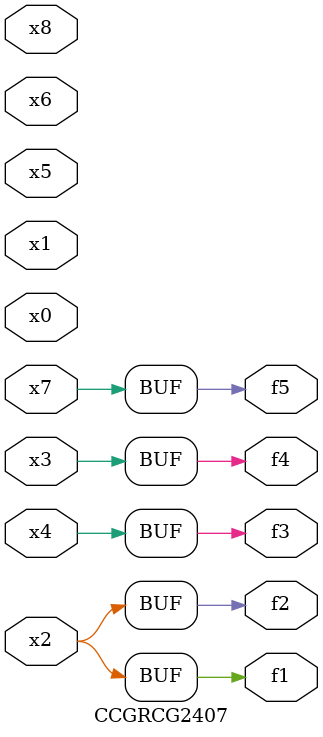
<source format=v>
module CCGRCG2407(
	input x0, x1, x2, x3, x4, x5, x6, x7, x8,
	output f1, f2, f3, f4, f5
);
	assign f1 = x2;
	assign f2 = x2;
	assign f3 = x4;
	assign f4 = x3;
	assign f5 = x7;
endmodule

</source>
